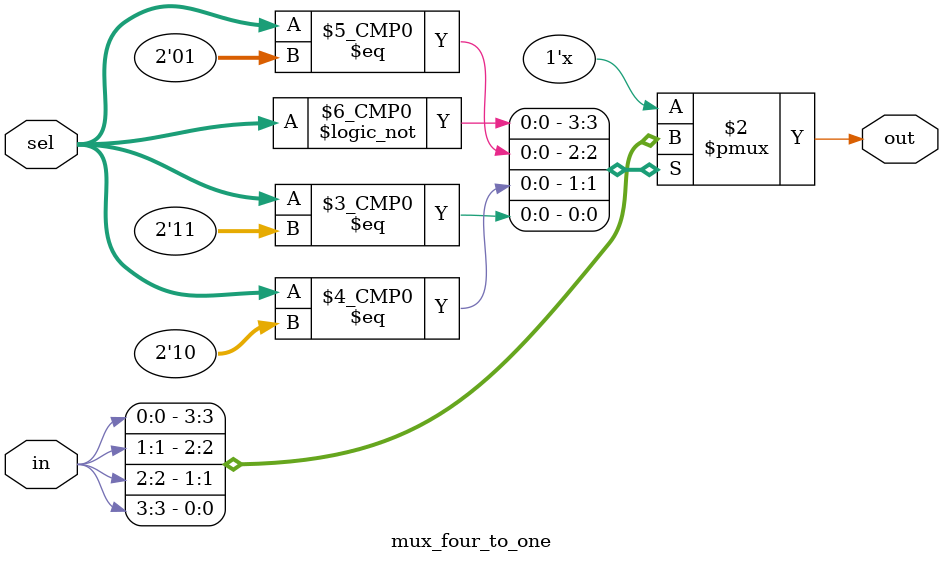
<source format=v>
`timescale 1ns / 1ps

module mux_four_to_one(
input [1:0] sel,
input [3:0] in, 
output reg out
    );
    
    always @(*)
    begin 
       case(sel)
        2'b00: out<=in[0];
        2'b01: out<=in[1];
        2'b10: out<=in[2];
        2'b11: out<=in[3];
       endcase 
     end 
endmodule

</source>
